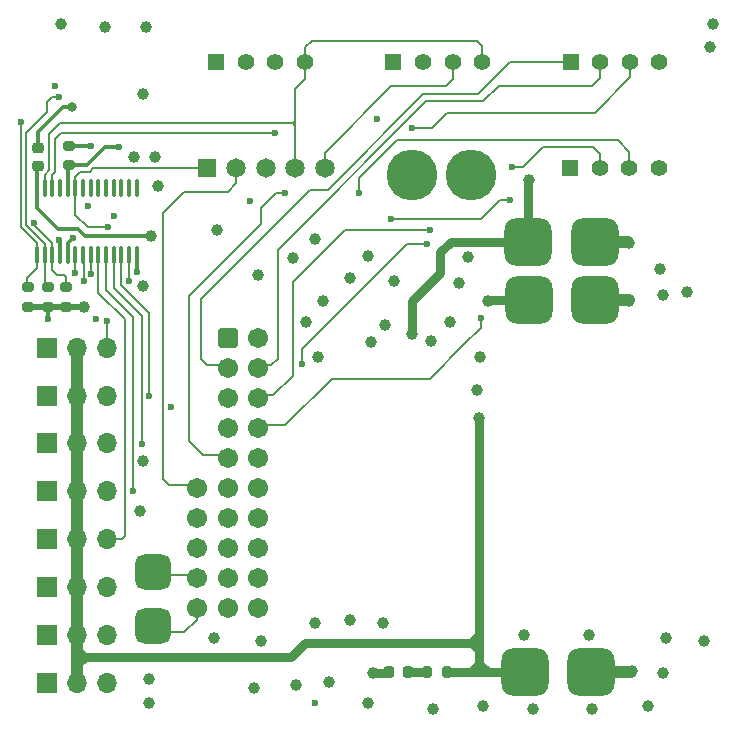
<source format=gtl>
%TF.GenerationSoftware,KiCad,Pcbnew,7.0.7*%
%TF.CreationDate,2023-11-07T21:10:22-05:00*%
%TF.ProjectId,attachmentBoard,61747461-6368-46d6-956e-74426f617264,rev?*%
%TF.SameCoordinates,Original*%
%TF.FileFunction,Copper,L1,Top*%
%TF.FilePolarity,Positive*%
%FSLAX46Y46*%
G04 Gerber Fmt 4.6, Leading zero omitted, Abs format (unit mm)*
G04 Created by KiCad (PCBNEW 7.0.7) date 2023-11-07 21:10:22*
%MOMM*%
%LPD*%
G01*
G04 APERTURE LIST*
G04 Aperture macros list*
%AMRoundRect*
0 Rectangle with rounded corners*
0 $1 Rounding radius*
0 $2 $3 $4 $5 $6 $7 $8 $9 X,Y pos of 4 corners*
0 Add a 4 corners polygon primitive as box body*
4,1,4,$2,$3,$4,$5,$6,$7,$8,$9,$2,$3,0*
0 Add four circle primitives for the rounded corners*
1,1,$1+$1,$2,$3*
1,1,$1+$1,$4,$5*
1,1,$1+$1,$6,$7*
1,1,$1+$1,$8,$9*
0 Add four rect primitives between the rounded corners*
20,1,$1+$1,$2,$3,$4,$5,0*
20,1,$1+$1,$4,$5,$6,$7,0*
20,1,$1+$1,$6,$7,$8,$9,0*
20,1,$1+$1,$8,$9,$2,$3,0*%
G04 Aperture macros list end*
%TA.AperFunction,SMDPad,CuDef*%
%ADD10RoundRect,0.100000X0.100000X-0.637500X0.100000X0.637500X-0.100000X0.637500X-0.100000X-0.637500X0*%
%TD*%
%TA.AperFunction,SMDPad,CuDef*%
%ADD11RoundRect,0.750000X-0.750000X-0.750000X0.750000X-0.750000X0.750000X0.750000X-0.750000X0.750000X0*%
%TD*%
%TA.AperFunction,ComponentPad*%
%ADD12RoundRect,0.326336X0.528664X-0.528664X0.528664X0.528664X-0.528664X0.528664X-0.528664X-0.528664X0*%
%TD*%
%TA.AperFunction,ComponentPad*%
%ADD13C,1.710000*%
%TD*%
%TA.AperFunction,SMDPad,CuDef*%
%ADD14RoundRect,0.225000X0.250000X-0.225000X0.250000X0.225000X-0.250000X0.225000X-0.250000X-0.225000X0*%
%TD*%
%TA.AperFunction,SMDPad,CuDef*%
%ADD15RoundRect,0.200000X-0.275000X0.200000X-0.275000X-0.200000X0.275000X-0.200000X0.275000X0.200000X0*%
%TD*%
%TA.AperFunction,SMDPad,CuDef*%
%ADD16RoundRect,0.200000X0.200000X0.275000X-0.200000X0.275000X-0.200000X-0.275000X0.200000X-0.275000X0*%
%TD*%
%TA.AperFunction,SMDPad,CuDef*%
%ADD17RoundRect,1.000000X1.000000X-1.000000X1.000000X1.000000X-1.000000X1.000000X-1.000000X-1.000000X0*%
%TD*%
%TA.AperFunction,SMDPad,CuDef*%
%ADD18RoundRect,0.200000X0.275000X-0.200000X0.275000X0.200000X-0.275000X0.200000X-0.275000X-0.200000X0*%
%TD*%
%TA.AperFunction,SMDPad,CuDef*%
%ADD19RoundRect,0.218750X-0.218750X-0.256250X0.218750X-0.256250X0.218750X0.256250X-0.218750X0.256250X0*%
%TD*%
%TA.AperFunction,ComponentPad*%
%ADD20R,1.700000X1.700000*%
%TD*%
%TA.AperFunction,ComponentPad*%
%ADD21O,1.700000X1.700000*%
%TD*%
%TA.AperFunction,ComponentPad*%
%ADD22R,1.400000X1.400000*%
%TD*%
%TA.AperFunction,ComponentPad*%
%ADD23C,1.400000*%
%TD*%
%TA.AperFunction,ComponentPad*%
%ADD24C,4.300000*%
%TD*%
%TA.AperFunction,ComponentPad*%
%ADD25R,1.650000X1.650000*%
%TD*%
%TA.AperFunction,ComponentPad*%
%ADD26C,1.650000*%
%TD*%
%TA.AperFunction,ViaPad*%
%ADD27C,1.000000*%
%TD*%
%TA.AperFunction,ViaPad*%
%ADD28C,0.600000*%
%TD*%
%TA.AperFunction,ViaPad*%
%ADD29C,0.800000*%
%TD*%
%TA.AperFunction,Conductor*%
%ADD30C,0.800000*%
%TD*%
%TA.AperFunction,Conductor*%
%ADD31C,1.000000*%
%TD*%
%TA.AperFunction,Conductor*%
%ADD32C,0.300000*%
%TD*%
%TA.AperFunction,Conductor*%
%ADD33C,0.500000*%
%TD*%
%TA.AperFunction,Conductor*%
%ADD34C,0.200000*%
%TD*%
%TA.AperFunction,Conductor*%
%ADD35C,0.150000*%
%TD*%
G04 APERTURE END LIST*
D10*
%TO.P,U1,1,A0*%
%TO.N,/A0*%
X136750000Y-55867500D03*
%TO.P,U1,2,A1*%
%TO.N,/A1*%
X137400000Y-55867500D03*
%TO.P,U1,3,A2*%
%TO.N,/A2*%
X138050000Y-55867500D03*
%TO.P,U1,4,A3*%
%TO.N,/A3*%
X138700000Y-55867500D03*
%TO.P,U1,5,A4*%
%TO.N,/A4*%
X139350000Y-55867500D03*
%TO.P,U1,6,LED0*%
%TO.N,/SERVO0*%
X140000000Y-55867500D03*
%TO.P,U1,7,LED1*%
%TO.N,/SERVO1*%
X140650000Y-55867500D03*
%TO.P,U1,8,LED2*%
%TO.N,/SERVO2*%
X141300000Y-55867500D03*
%TO.P,U1,9,LED3*%
%TO.N,/SERVO3*%
X141950000Y-55867500D03*
%TO.P,U1,10,LED4*%
%TO.N,/SERVO4*%
X142600000Y-55867500D03*
%TO.P,U1,11,LED5*%
%TO.N,/SERVO5*%
X143250000Y-55867500D03*
%TO.P,U1,12,LED6*%
%TO.N,/SERVO6*%
X143900000Y-55867500D03*
%TO.P,U1,13,LED7*%
%TO.N,/SERVO7*%
X144550000Y-55867500D03*
%TO.P,U1,14,VSS*%
%TO.N,GND*%
X145200000Y-55867500D03*
%TO.P,U1,15,LED8*%
%TO.N,unconnected-(U1-LED8-Pad15)*%
X145200000Y-50142500D03*
%TO.P,U1,16,LED9*%
%TO.N,unconnected-(U1-LED9-Pad16)*%
X144550000Y-50142500D03*
%TO.P,U1,17,LED10*%
%TO.N,unconnected-(U1-LED10-Pad17)*%
X143900000Y-50142500D03*
%TO.P,U1,18,LED11*%
%TO.N,unconnected-(U1-LED11-Pad18)*%
X143250000Y-50142500D03*
%TO.P,U1,19,LED12*%
%TO.N,unconnected-(U1-LED12-Pad19)*%
X142600000Y-50142500D03*
%TO.P,U1,20,LED13*%
%TO.N,unconnected-(U1-LED13-Pad20)*%
X141950000Y-50142500D03*
%TO.P,U1,21,LED14*%
%TO.N,unconnected-(U1-LED14-Pad21)*%
X141300000Y-50142500D03*
%TO.P,U1,22,LED15*%
%TO.N,unconnected-(U1-LED15-Pad22)*%
X140650000Y-50142500D03*
%TO.P,U1,23,~{OE}*%
%TO.N,/E_STOP*%
X140000000Y-50142500D03*
%TO.P,U1,24,A5*%
%TO.N,/A5*%
X139350000Y-50142500D03*
%TO.P,U1,25,EXTCLK*%
%TO.N,unconnected-(U1-EXTCLK-Pad25)*%
X138700000Y-50142500D03*
%TO.P,U1,26,SCL*%
%TO.N,/SCL*%
X138050000Y-50142500D03*
%TO.P,U1,27,SDA*%
%TO.N,/SDA*%
X137400000Y-50142500D03*
%TO.P,U1,28,VDD*%
%TO.N,+5V*%
X136750000Y-50142500D03*
%TD*%
D11*
%TO.P,J10,1,1*%
%TO.N,/S4*%
X146590000Y-82660000D03*
%TO.P,J10,2,2*%
%TO.N,/S5*%
X146590000Y-87280000D03*
%TD*%
D12*
%TO.P,U2,1,LB+*%
%TO.N,unconnected-(U2-LB+-Pad1)*%
X152910000Y-62850000D03*
D13*
%TO.P,U2,2,LB-*%
%TO.N,unconnected-(U2-LB--Pad2)*%
X155450000Y-62850000D03*
%TO.P,U2,3,EN1+*%
%TO.N,/EN1+*%
X152910000Y-65390000D03*
%TO.P,U2,4,EN1-*%
%TO.N,/EN1-*%
X155450000Y-65390000D03*
%TO.P,U2,5,EN2+*%
%TO.N,/EN2+*%
X152910000Y-67930000D03*
%TO.P,U2,6,EN2-*%
%TO.N,/EN2-*%
X155450000Y-67930000D03*
%TO.P,U2,7,EN1A*%
%TO.N,/EN1A*%
X152910000Y-70470000D03*
%TO.P,U2,8,EN1B*%
%TO.N,/EN1B*%
X155450000Y-70470000D03*
%TO.P,U2,9,EN2A*%
%TO.N,/EN2A*%
X152910000Y-73010000D03*
%TO.P,U2,10,EN2B*%
%TO.N,/EN2B*%
X155450000Y-73010000D03*
%TO.P,U2,11,S1+*%
%TO.N,unconnected-(U2-S1+-Pad11)*%
X152910000Y-75550000D03*
%TO.P,U2,12,S1-*%
%TO.N,unconnected-(U2-S1--Pad12)*%
X155450000Y-75550000D03*
%TO.P,U2,13,S2+*%
%TO.N,unconnected-(U2-S2+-Pad13)*%
X152910000Y-78090000D03*
%TO.P,U2,14,S2-*%
%TO.N,unconnected-(U2-S2--Pad14)*%
X155450000Y-78090000D03*
%TO.P,U2,15,S3+*%
%TO.N,unconnected-(U2-S3+-Pad15)*%
X152910000Y-80630000D03*
%TO.P,U2,16,S3-*%
%TO.N,unconnected-(U2-S3--Pad16)*%
X155450000Y-80630000D03*
%TO.P,U2,17,S4+*%
%TO.N,unconnected-(U2-S4+-Pad17)*%
X152910000Y-83170000D03*
%TO.P,U2,18,S4-*%
%TO.N,unconnected-(U2-S4--Pad18)*%
X155450000Y-83170000D03*
%TO.P,U2,19,S5+*%
%TO.N,unconnected-(U2-S5+-Pad19)*%
X152910000Y-85710000D03*
%TO.P,U2,20,S5-*%
%TO.N,unconnected-(U2-S5--Pad20)*%
X155450000Y-85710000D03*
%TO.P,U2,21,S1_IO*%
%TO.N,/RxD*%
X150270000Y-75550000D03*
%TO.P,U2,22,S2_IO*%
%TO.N,/TxD*%
X150270000Y-78090000D03*
%TO.P,U2,23,S3_IO*%
%TO.N,/E_STOP*%
X150270000Y-80630000D03*
%TO.P,U2,24,S4_IO*%
%TO.N,/S4*%
X150270000Y-83170000D03*
%TO.P,U2,25,S5_IO*%
%TO.N,/S5*%
X150270000Y-85710000D03*
%TD*%
D14*
%TO.P,C1,1*%
%TO.N,+5V*%
X136795000Y-48290000D03*
%TO.P,C1,2*%
%TO.N,GND*%
X136795000Y-46740000D03*
%TD*%
D15*
%TO.P,R3,1*%
%TO.N,/A2*%
X139235000Y-58550000D03*
%TO.P,R3,2*%
%TO.N,GND*%
X139235000Y-60200000D03*
%TD*%
D16*
%TO.P,R7,1*%
%TO.N,+5V*%
X171430000Y-91165000D03*
%TO.P,R7,2*%
%TO.N,Net-(D1-A)*%
X169780000Y-91165000D03*
%TD*%
D15*
%TO.P,R2,1*%
%TO.N,/A1*%
X137645000Y-58550000D03*
%TO.P,R2,2*%
%TO.N,GND*%
X137645000Y-60200000D03*
%TD*%
D17*
%TO.P,J9,1,1*%
%TO.N,+5V*%
X178060000Y-91140000D03*
%TO.P,J9,2,2*%
%TO.N,GND*%
X183680000Y-91140000D03*
%TD*%
D15*
%TO.P,R1,1*%
%TO.N,/A0*%
X135945000Y-58550000D03*
%TO.P,R1,2*%
%TO.N,GND*%
X135945000Y-60200000D03*
%TD*%
D17*
%TO.P,J8,1,1*%
%TO.N,+5V*%
X178360000Y-54710000D03*
%TO.P,J8,2,2*%
%TO.N,GND*%
X183980000Y-54710000D03*
%TD*%
D18*
%TO.P,R6,1*%
%TO.N,/A5*%
X139425000Y-48220000D03*
%TO.P,R6,2*%
%TO.N,GND*%
X139425000Y-46570000D03*
%TD*%
D19*
%TO.P,D1,1,K*%
%TO.N,GND*%
X166557500Y-91165000D03*
%TO.P,D1,2,A*%
%TO.N,Net-(D1-A)*%
X168132500Y-91165000D03*
%TD*%
D17*
%TO.P,J7,1,1*%
%TO.N,+12V*%
X178380000Y-59680000D03*
%TO.P,J7,2,2*%
%TO.N,GND*%
X184000000Y-59680000D03*
%TD*%
D20*
%TO.P,J13,1,Pin_1*%
%TO.N,GND*%
X137625000Y-83945000D03*
D21*
%TO.P,J13,2,Pin_2*%
%TO.N,+5V*%
X140165000Y-83945000D03*
%TO.P,J13,3,Pin_3*%
%TO.N,/SERVO2*%
X142705000Y-83945000D03*
%TD*%
D22*
%TO.P,J1,1,1*%
%TO.N,+5V*%
X151930000Y-39470000D03*
D23*
%TO.P,J1,2,2*%
%TO.N,GND*%
X154430000Y-39470000D03*
%TO.P,J1,3,3*%
%TO.N,/SCL*%
X156930000Y-39470000D03*
%TO.P,J1,4,4*%
%TO.N,/SDA*%
X159430000Y-39470000D03*
%TD*%
D20*
%TO.P,J17,1,Pin_1*%
%TO.N,GND*%
X137625000Y-67745000D03*
D21*
%TO.P,J17,2,Pin_2*%
%TO.N,+5V*%
X140165000Y-67745000D03*
%TO.P,J17,3,Pin_3*%
%TO.N,/SERVO6*%
X142705000Y-67745000D03*
%TD*%
D20*
%TO.P,J14,1,Pin_1*%
%TO.N,GND*%
X137625000Y-79895000D03*
D21*
%TO.P,J14,2,Pin_2*%
%TO.N,+5V*%
X140165000Y-79895000D03*
%TO.P,J14,3,Pin_3*%
%TO.N,/SERVO3*%
X142705000Y-79895000D03*
%TD*%
D24*
%TO.P,J5,1,1*%
%TO.N,+12V*%
X168490000Y-49080000D03*
%TO.P,J5,2,2*%
%TO.N,GND*%
X173490000Y-49080000D03*
%TD*%
D22*
%TO.P,J4,1,1*%
%TO.N,/EN2+*%
X181880000Y-48480000D03*
D23*
%TO.P,J4,2,2*%
%TO.N,/EN2-*%
X184380000Y-48480000D03*
%TO.P,J4,3,3*%
%TO.N,/EN2A*%
X186880000Y-48480000D03*
%TO.P,J4,4,4*%
%TO.N,/EN2B*%
X189380000Y-48480000D03*
%TD*%
D20*
%TO.P,J16,1,Pin_1*%
%TO.N,GND*%
X137625000Y-71795000D03*
D21*
%TO.P,J16,2,Pin_2*%
%TO.N,+5V*%
X140165000Y-71795000D03*
%TO.P,J16,3,Pin_3*%
%TO.N,/SERVO5*%
X142705000Y-71795000D03*
%TD*%
D20*
%TO.P,J11,1,Pin_1*%
%TO.N,GND*%
X137625000Y-92045000D03*
D21*
%TO.P,J11,2,Pin_2*%
%TO.N,+5V*%
X140165000Y-92045000D03*
%TO.P,J11,3,Pin_3*%
%TO.N,/SERVO0*%
X142705000Y-92045000D03*
%TD*%
D20*
%TO.P,J15,1,Pin_1*%
%TO.N,GND*%
X137625000Y-75845000D03*
D21*
%TO.P,J15,2,Pin_2*%
%TO.N,+5V*%
X140165000Y-75845000D03*
%TO.P,J15,3,Pin_3*%
%TO.N,/SERVO4*%
X142705000Y-75845000D03*
%TD*%
D20*
%TO.P,J12,1,Pin_1*%
%TO.N,GND*%
X137625000Y-87995000D03*
D21*
%TO.P,J12,2,Pin_2*%
%TO.N,+5V*%
X140165000Y-87995000D03*
%TO.P,J12,3,Pin_3*%
%TO.N,/SERVO1*%
X142705000Y-87995000D03*
%TD*%
D22*
%TO.P,J3,1,1*%
%TO.N,/EN1+*%
X181930000Y-39470000D03*
D23*
%TO.P,J3,2,2*%
%TO.N,/EN1-*%
X184430000Y-39470000D03*
%TO.P,J3,3,3*%
%TO.N,/EN1A*%
X186930000Y-39470000D03*
%TO.P,J3,4,4*%
%TO.N,/EN1B*%
X189430000Y-39470000D03*
%TD*%
D20*
%TO.P,J18,1,Pin_1*%
%TO.N,GND*%
X137625000Y-63695000D03*
D21*
%TO.P,J18,2,Pin_2*%
%TO.N,+5V*%
X140165000Y-63695000D03*
%TO.P,J18,3,Pin_3*%
%TO.N,/SERVO7*%
X142705000Y-63695000D03*
%TD*%
D25*
%TO.P,J6,1,1*%
%TO.N,/E_STOP*%
X151115000Y-48480000D03*
D26*
%TO.P,J6,2,2*%
%TO.N,/RxD*%
X153615000Y-48480000D03*
%TO.P,J6,3,3*%
%TO.N,/TxD*%
X156115000Y-48480000D03*
%TO.P,J6,4,4*%
%TO.N,/SDA*%
X158615000Y-48480000D03*
%TO.P,J6,5,5*%
%TO.N,/SCL*%
X161115000Y-48480000D03*
%TD*%
D22*
%TO.P,J2,1,1*%
%TO.N,+5V*%
X166930000Y-39470000D03*
D23*
%TO.P,J2,2,2*%
%TO.N,GND*%
X169430000Y-39470000D03*
%TO.P,J2,3,3*%
%TO.N,/SCL*%
X171930000Y-39470000D03*
%TO.P,J2,4,4*%
%TO.N,/SDA*%
X174430000Y-39470000D03*
%TD*%
D27*
%TO.N,+5V*%
X146400000Y-54200000D03*
X178400000Y-49500000D03*
X174200000Y-69600000D03*
X168500000Y-62500000D03*
%TO.N,GND*%
X147000000Y-50000000D03*
D28*
X148100000Y-68700000D03*
D29*
X139700000Y-43300000D03*
D27*
X172500000Y-58250000D03*
D28*
X165500000Y-44300000D03*
D27*
X145750000Y-73250000D03*
D28*
X143250000Y-52500000D03*
D27*
X191750000Y-59000000D03*
X164750000Y-93750000D03*
X165200000Y-91200000D03*
X193250000Y-88500000D03*
X140700000Y-60200000D03*
X174000000Y-67250000D03*
X174500000Y-94000000D03*
X145500000Y-77500000D03*
X165000000Y-63200000D03*
X178750000Y-94250000D03*
X146750000Y-47500000D03*
X152000000Y-53750000D03*
X145750000Y-58500000D03*
X170100000Y-63100000D03*
X194000000Y-36250000D03*
X193750000Y-38250000D03*
X155143438Y-92535263D03*
X189500000Y-57000000D03*
D28*
X141750000Y-61250000D03*
D27*
X161500000Y-92000000D03*
X158706557Y-92277066D03*
X159500000Y-61500000D03*
D28*
X141325000Y-46575000D03*
D27*
X160250000Y-87000000D03*
X145750000Y-42250000D03*
X163250000Y-86750000D03*
D28*
X137675000Y-61275000D03*
D27*
X160500000Y-64500000D03*
D28*
X138250000Y-41500000D03*
D27*
X146250000Y-91750000D03*
X155500000Y-57500000D03*
X146000000Y-36500000D03*
D28*
X145200000Y-57300000D03*
D27*
X166000000Y-87000000D03*
X178000000Y-88000000D03*
X171750000Y-61500000D03*
X161000000Y-59750000D03*
D28*
X160250000Y-93750000D03*
D27*
X155750000Y-88500000D03*
X173250000Y-56000000D03*
X142500000Y-36500000D03*
X146250000Y-93750000D03*
X158389611Y-56091803D03*
X189750000Y-59250000D03*
X151750000Y-88250000D03*
X186900000Y-54800000D03*
X174250000Y-64500000D03*
D28*
X154750000Y-51250000D03*
X141100000Y-51700000D03*
D27*
X167000000Y-58000000D03*
X186900000Y-59700000D03*
X187100000Y-91100000D03*
X170250000Y-94250000D03*
X183500000Y-88000000D03*
X145000000Y-47500000D03*
X190000000Y-88250000D03*
X188500000Y-94000000D03*
X160250000Y-54500000D03*
X189750000Y-91250000D03*
X138750000Y-36250000D03*
X164800547Y-55908196D03*
X183750000Y-94250000D03*
X166250000Y-61750000D03*
X163250000Y-57750000D03*
%TO.N,+12V*%
X174900000Y-59700000D03*
D28*
%TO.N,/SCL*%
X156900000Y-45500000D03*
%TO.N,/EN1A*%
X168500000Y-45100000D03*
%TO.N,/EN1B*%
X174300000Y-61200000D03*
%TO.N,/EN2+*%
X166750000Y-52800000D03*
X176825000Y-51175000D03*
%TO.N,/EN2-*%
X170000000Y-53700000D03*
X177000000Y-48400000D03*
%TO.N,/EN2A*%
X163975000Y-50625000D03*
X157725000Y-50625000D03*
%TO.N,/EN2B*%
X159200000Y-65100000D03*
X169800000Y-54900000D03*
%TO.N,/SERVO0*%
X140000000Y-57400000D03*
%TO.N,/SERVO1*%
X140700000Y-58000000D03*
%TO.N,/SERVO2*%
X141314195Y-57488171D03*
%TO.N,/SERVO4*%
X144900000Y-75800000D03*
%TO.N,/SERVO5*%
X145599500Y-71800000D03*
%TO.N,/SERVO6*%
X146244500Y-67745000D03*
%TO.N,/SERVO7*%
X144500000Y-58000000D03*
X142700000Y-61400000D03*
%TO.N,/A0*%
X135400000Y-44600000D03*
%TO.N,/A1*%
X138650000Y-42450000D03*
%TO.N,/A2*%
X136500000Y-53100000D03*
%TO.N,/A3*%
X138650457Y-54580945D03*
%TO.N,/A4*%
X139800000Y-54400000D03*
%TO.N,/A5*%
X143700000Y-46700000D03*
%TO.N,/E_STOP*%
X142800000Y-53500000D03*
%TD*%
D30*
%TO.N,+5V*%
X173500000Y-88700000D02*
X173600000Y-88700000D01*
X173400000Y-88700000D02*
X173500000Y-88700000D01*
X140745000Y-89880000D02*
X140745000Y-89920000D01*
X174200000Y-91140000D02*
X174200000Y-90400000D01*
X178360000Y-49540000D02*
X178360000Y-54710000D01*
X174200000Y-88000000D02*
X174200000Y-69600000D01*
D31*
X140165000Y-89300000D02*
X140165000Y-89900000D01*
X140165000Y-67745000D02*
X140165000Y-71795000D01*
D30*
X174200000Y-89300000D02*
X174200000Y-88700000D01*
D31*
X140165000Y-87995000D02*
X140165000Y-89300000D01*
D30*
X170875000Y-55625000D02*
X171775000Y-54725000D01*
X174200000Y-90440000D02*
X173500000Y-91140000D01*
X173500000Y-91140000D02*
X171455000Y-91140000D01*
X140745000Y-89920000D02*
X140165000Y-90500000D01*
D32*
X138500000Y-53600000D02*
X140200000Y-53600000D01*
D30*
X174200000Y-88700000D02*
X174200000Y-88000000D01*
X178400000Y-49500000D02*
X178360000Y-49540000D01*
X173600000Y-88700000D02*
X174200000Y-89300000D01*
X159400000Y-88700000D02*
X158220000Y-89880000D01*
X172915000Y-54710000D02*
X178360000Y-54710000D01*
X174200000Y-90440000D02*
X174900000Y-91140000D01*
X168500000Y-59700000D02*
X170875000Y-57325000D01*
X168500000Y-62500000D02*
X168500000Y-59700000D01*
D31*
X140165000Y-75845000D02*
X140165000Y-79895000D01*
D30*
X173500000Y-88700000D02*
X174200000Y-88000000D01*
D32*
X140200000Y-53600000D02*
X140800000Y-54200000D01*
D31*
X140165000Y-63695000D02*
X140165000Y-67745000D01*
D30*
X140800000Y-89880000D02*
X140745000Y-89880000D01*
D32*
X136750000Y-51850000D02*
X138500000Y-53600000D01*
X136750000Y-48335000D02*
X136795000Y-48290000D01*
D30*
X171775000Y-54725000D02*
X172900000Y-54725000D01*
X174200000Y-90400000D02*
X174200000Y-89300000D01*
X174900000Y-91140000D02*
X174200000Y-91140000D01*
X173400000Y-88700000D02*
X159400000Y-88700000D01*
X174200000Y-90400000D02*
X174200000Y-90440000D01*
D32*
X136750000Y-50142500D02*
X136750000Y-51850000D01*
D30*
X170875000Y-57325000D02*
X170875000Y-55625000D01*
X140745000Y-89880000D02*
X140165000Y-89300000D01*
X171455000Y-91140000D02*
X171430000Y-91165000D01*
D31*
X140165000Y-79895000D02*
X140165000Y-83945000D01*
X140165000Y-89900000D02*
X140165000Y-90500000D01*
D30*
X158220000Y-89880000D02*
X140800000Y-89880000D01*
D32*
X140800000Y-54200000D02*
X146400000Y-54200000D01*
D30*
X178060000Y-91140000D02*
X174900000Y-91140000D01*
D32*
X136750000Y-50142500D02*
X136750000Y-48335000D01*
D30*
X174200000Y-88700000D02*
X173400000Y-88700000D01*
X172900000Y-54725000D02*
X172915000Y-54710000D01*
D31*
X140165000Y-90500000D02*
X140165000Y-92045000D01*
D30*
X140800000Y-89880000D02*
X140185000Y-89880000D01*
X174200000Y-91140000D02*
X173500000Y-91140000D01*
D31*
X140165000Y-87995000D02*
X140165000Y-83945000D01*
D30*
X140185000Y-89880000D02*
X140165000Y-89900000D01*
D31*
X140165000Y-71795000D02*
X140165000Y-75845000D01*
D32*
%TO.N,GND*%
X137645000Y-61245000D02*
X137675000Y-61275000D01*
D33*
X186880000Y-59680000D02*
X186900000Y-59700000D01*
D32*
X141320000Y-46570000D02*
X139425000Y-46570000D01*
D31*
X184000000Y-59680000D02*
X186880000Y-59680000D01*
D32*
X138950000Y-43300000D02*
X136795000Y-45455000D01*
D33*
X139235000Y-60200000D02*
X140700000Y-60200000D01*
X166522500Y-91200000D02*
X166557500Y-91165000D01*
D31*
X183980000Y-54710000D02*
X186810000Y-54710000D01*
D30*
X165200000Y-91200000D02*
X166522500Y-91200000D01*
D33*
X137645000Y-60200000D02*
X135945000Y-60200000D01*
D32*
X139700000Y-43300000D02*
X138950000Y-43300000D01*
X137645000Y-60200000D02*
X137645000Y-61245000D01*
X136795000Y-45455000D02*
X136795000Y-46740000D01*
D33*
X186810000Y-54710000D02*
X186900000Y-54800000D01*
D32*
X145200000Y-57300000D02*
X145200000Y-55867500D01*
X141325000Y-46575000D02*
X141320000Y-46570000D01*
D30*
X187060000Y-91140000D02*
X187100000Y-91100000D01*
D33*
X137645000Y-60200000D02*
X139235000Y-60200000D01*
D31*
X183680000Y-91140000D02*
X187060000Y-91140000D01*
D30*
%TO.N,+12V*%
X174920000Y-59680000D02*
X174900000Y-59700000D01*
X178380000Y-59680000D02*
X174920000Y-59680000D01*
%TO.N,Net-(D1-A)*%
X169780000Y-91165000D02*
X168132500Y-91165000D01*
D34*
%TO.N,/SCL*%
X171930000Y-39470000D02*
X171930000Y-40970000D01*
X138800000Y-45500000D02*
X138300000Y-46000000D01*
X156900000Y-45500000D02*
X138800000Y-45500000D01*
X138300000Y-48800000D02*
X138050000Y-49050000D01*
X138050000Y-49050000D02*
X138050000Y-50142500D01*
X166750000Y-41550000D02*
X161115000Y-47185000D01*
X171350000Y-41550000D02*
X166750000Y-41550000D01*
X161115000Y-47185000D02*
X161115000Y-48480000D01*
X138300000Y-46000000D02*
X138300000Y-48800000D01*
X171930000Y-40970000D02*
X171350000Y-41550000D01*
%TO.N,/SDA*%
X137400000Y-50142500D02*
X137400000Y-49062893D01*
X158400000Y-44700000D02*
X158615000Y-44700000D01*
X137800000Y-48662893D02*
X137800000Y-45600000D01*
X160000000Y-37700000D02*
X174000000Y-37700000D01*
X158615000Y-44700000D02*
X158615000Y-44500000D01*
X159430000Y-39470000D02*
X159430000Y-38270000D01*
X158400000Y-44700000D02*
X158415000Y-44700000D01*
X174430000Y-38130000D02*
X174430000Y-39470000D01*
X158415000Y-44700000D02*
X158615000Y-44500000D01*
X158615000Y-41785000D02*
X159430000Y-40970000D01*
X158615000Y-44500000D02*
X158615000Y-41785000D01*
X138700000Y-44700000D02*
X158400000Y-44700000D01*
X159430000Y-40970000D02*
X159430000Y-39470000D01*
X158415000Y-44700000D02*
X158615000Y-44900000D01*
X158615000Y-44900000D02*
X158615000Y-44700000D01*
X158615000Y-48480000D02*
X158615000Y-44900000D01*
X137400000Y-49062893D02*
X137800000Y-48662893D01*
X174000000Y-37700000D02*
X174430000Y-38130000D01*
X159430000Y-38270000D02*
X160000000Y-37700000D01*
X137800000Y-45600000D02*
X138700000Y-44700000D01*
%TO.N,/EN1+*%
X169450000Y-42250000D02*
X174050000Y-42250000D01*
X151140000Y-65190000D02*
X150625000Y-64675000D01*
X174050000Y-42250000D02*
X176830000Y-39470000D01*
X161400000Y-50300000D02*
X169450000Y-42250000D01*
X159900000Y-50300000D02*
X161400000Y-50300000D01*
X176830000Y-39470000D02*
X181930000Y-39470000D01*
X152810000Y-65190000D02*
X151140000Y-65190000D01*
X150625000Y-64675000D02*
X150625000Y-59575000D01*
X150625000Y-59575000D02*
X159900000Y-50300000D01*
%TO.N,/EN1-*%
X157125000Y-55375000D02*
X169675000Y-42825000D01*
X157125000Y-64625000D02*
X157125000Y-55375000D01*
X156560000Y-65190000D02*
X157125000Y-64625000D01*
X174550000Y-42825000D02*
X175875000Y-41500000D01*
X175875000Y-41500000D02*
X183750000Y-41500000D01*
X184430000Y-40820000D02*
X184430000Y-39470000D01*
X183750000Y-41500000D02*
X184430000Y-40820000D01*
X155350000Y-65190000D02*
X156560000Y-65190000D01*
X169675000Y-42825000D02*
X174550000Y-42825000D01*
%TO.N,/EN1A*%
X171475000Y-43775000D02*
X183950000Y-43775000D01*
X170150000Y-45100000D02*
X171475000Y-43775000D01*
X168500000Y-45100000D02*
X170150000Y-45100000D01*
X183950000Y-43775000D02*
X186930000Y-40795000D01*
X186930000Y-40795000D02*
X186930000Y-39470000D01*
%TO.N,/EN1B*%
X170000000Y-66300000D02*
X172900000Y-63400000D01*
X155350000Y-70270000D02*
X157730000Y-70270000D01*
X174300000Y-62000000D02*
X174300000Y-61200000D01*
X172900000Y-63400000D02*
X174300000Y-62000000D01*
X161700000Y-66300000D02*
X170000000Y-66300000D01*
X157730000Y-70270000D02*
X161700000Y-66300000D01*
%TO.N,/EN2+*%
X174300000Y-52800000D02*
X175925000Y-51175000D01*
X175925000Y-51175000D02*
X176825000Y-51175000D01*
X166750000Y-52800000D02*
X174300000Y-52800000D01*
%TO.N,/EN2-*%
X162800000Y-53700000D02*
X158400000Y-58100000D01*
X184380000Y-47280000D02*
X184380000Y-48480000D01*
X158400000Y-66100000D02*
X156770000Y-67730000D01*
X177000000Y-48400000D02*
X177900000Y-48400000D01*
X156770000Y-67730000D02*
X155350000Y-67730000D01*
X170000000Y-53700000D02*
X162800000Y-53700000D01*
X183800000Y-46700000D02*
X184380000Y-47280000D01*
X179600000Y-46700000D02*
X183800000Y-46700000D01*
X158400000Y-58100000D02*
X158400000Y-66100000D01*
X177900000Y-48400000D02*
X179600000Y-46700000D01*
%TO.N,/EN2A*%
X186880000Y-47080000D02*
X186880000Y-48480000D01*
X163975000Y-50625000D02*
X163975000Y-49325000D01*
X167200000Y-46100000D02*
X185900000Y-46100000D01*
X155700000Y-53200000D02*
X155700000Y-51900000D01*
X155700000Y-51900000D02*
X156975000Y-50625000D01*
X185900000Y-46100000D02*
X186880000Y-47080000D01*
X149575000Y-59325000D02*
X155700000Y-53200000D01*
X156975000Y-50625000D02*
X157725000Y-50625000D01*
X150810000Y-72810000D02*
X149575000Y-71575000D01*
X163975000Y-49325000D02*
X167200000Y-46100000D01*
X149575000Y-71575000D02*
X149575000Y-59325000D01*
X152810000Y-72810000D02*
X150810000Y-72810000D01*
%TO.N,/EN2B*%
X159200000Y-63800000D02*
X159200000Y-65100000D01*
X169800000Y-54900000D02*
X168100000Y-54900000D01*
X168100000Y-54900000D02*
X159200000Y-63800000D01*
%TO.N,/RxD*%
X153615000Y-49785000D02*
X152900000Y-50500000D01*
X153615000Y-48480000D02*
X153615000Y-49785000D01*
X147950000Y-75350000D02*
X150270000Y-75350000D01*
X152900000Y-50500000D02*
X149200000Y-50500000D01*
X149200000Y-50500000D02*
X147400000Y-52300000D01*
X147400000Y-52300000D02*
X147400000Y-74800000D01*
X147400000Y-74800000D02*
X147950000Y-75350000D01*
%TO.N,/S4*%
X146780000Y-82970000D02*
X150270000Y-82970000D01*
X146590000Y-83160000D02*
X146780000Y-82970000D01*
%TO.N,/S5*%
X149220000Y-87780000D02*
X146590000Y-87780000D01*
X150270000Y-86730000D02*
X149220000Y-87780000D01*
X150270000Y-85510000D02*
X150270000Y-86730000D01*
D35*
%TO.N,/SERVO0*%
X140000000Y-57400000D02*
X140000000Y-55867500D01*
D34*
%TO.N,/SERVO1*%
X140700000Y-55917500D02*
X140650000Y-55867500D01*
X140700000Y-58000000D02*
X140700000Y-55917500D01*
%TO.N,/SERVO2*%
X141314195Y-55881695D02*
X141300000Y-55867500D01*
X141314195Y-57488171D02*
X141314195Y-55881695D01*
%TO.N,/SERVO3*%
X142705000Y-79895000D02*
X143905000Y-79895000D01*
X144200000Y-79600000D02*
X144200000Y-61300000D01*
X141950000Y-59050000D02*
X141950000Y-55867500D01*
X144200000Y-61300000D02*
X141950000Y-59050000D01*
X143905000Y-79895000D02*
X144200000Y-79600000D01*
%TO.N,/SERVO4*%
X144900000Y-61100000D02*
X142600000Y-58800000D01*
X142600000Y-58800000D02*
X142600000Y-55867500D01*
X144900000Y-75800000D02*
X144900000Y-61100000D01*
%TO.N,/SERVO5*%
X145599500Y-71800000D02*
X145600000Y-71799500D01*
X145600000Y-61000000D02*
X143250000Y-58650000D01*
X143250000Y-58650000D02*
X143250000Y-55867500D01*
X145600000Y-71799500D02*
X145600000Y-61000000D01*
%TO.N,/SERVO6*%
X146244500Y-67745000D02*
X146244500Y-60744500D01*
X146244500Y-60744500D02*
X143900000Y-58400000D01*
X143900000Y-58400000D02*
X143900000Y-55867500D01*
%TO.N,/SERVO7*%
X142705000Y-61405000D02*
X142700000Y-61400000D01*
X144500000Y-58000000D02*
X144550000Y-57950000D01*
X144550000Y-57950000D02*
X144550000Y-55867500D01*
X142705000Y-63695000D02*
X142705000Y-61405000D01*
%TO.N,/A0*%
X135900000Y-57800000D02*
X135900000Y-58505000D01*
X135900000Y-58505000D02*
X135945000Y-58550000D01*
X135400000Y-53500000D02*
X136750000Y-54850000D01*
X136750000Y-55867500D02*
X136750000Y-56950000D01*
X135400000Y-44600000D02*
X135400000Y-53500000D01*
X136750000Y-56950000D02*
X135900000Y-57800000D01*
X136750000Y-54850000D02*
X136750000Y-55867500D01*
%TO.N,/A1*%
X135800000Y-53300000D02*
X137400000Y-54900000D01*
X137600000Y-42900000D02*
X137600000Y-43700000D01*
X137400000Y-58285000D02*
X137645000Y-58530000D01*
X135800000Y-45500000D02*
X135800000Y-53300000D01*
X138050000Y-42450000D02*
X137600000Y-42900000D01*
X137600000Y-43700000D02*
X135800000Y-45500000D01*
X137400000Y-54900000D02*
X137400000Y-55867500D01*
X138650000Y-42450000D02*
X138050000Y-42450000D01*
X137400000Y-55867500D02*
X137400000Y-58285000D01*
%TO.N,/A2*%
X138050000Y-54850000D02*
X136500000Y-53300000D01*
X139235000Y-57735000D02*
X139235000Y-58550000D01*
X138400000Y-57500000D02*
X139000000Y-57500000D01*
X136500000Y-53300000D02*
X136500000Y-53100000D01*
X138050000Y-55867500D02*
X138050000Y-57150000D01*
X138050000Y-57150000D02*
X138400000Y-57500000D01*
X139000000Y-57500000D02*
X139235000Y-57735000D01*
X138050000Y-55867500D02*
X138050000Y-54850000D01*
D32*
%TO.N,/A3*%
X138700000Y-54630488D02*
X138700000Y-55867500D01*
X138650457Y-54580945D02*
X138700000Y-54630488D01*
%TO.N,/A4*%
X139800000Y-54400000D02*
X139350000Y-54850000D01*
X139350000Y-54850000D02*
X139350000Y-55867500D01*
%TO.N,/A5*%
X140980000Y-48220000D02*
X139425000Y-48220000D01*
X139350000Y-50142500D02*
X139350000Y-48295000D01*
X143700000Y-46700000D02*
X142500000Y-46700000D01*
X139350000Y-48295000D02*
X139425000Y-48220000D01*
X142500000Y-46700000D02*
X140980000Y-48220000D01*
D34*
%TO.N,/E_STOP*%
X140400000Y-48800000D02*
X141200000Y-48800000D01*
X140000000Y-50142500D02*
X140000000Y-49200000D01*
X140000000Y-49200000D02*
X140400000Y-48800000D01*
X141050000Y-53500000D02*
X140000000Y-52450000D01*
X141520000Y-48480000D02*
X151115000Y-48480000D01*
X140000000Y-52450000D02*
X140000000Y-50142500D01*
X141200000Y-48800000D02*
X141520000Y-48480000D01*
X142800000Y-53500000D02*
X141050000Y-53500000D01*
%TD*%
M02*

</source>
